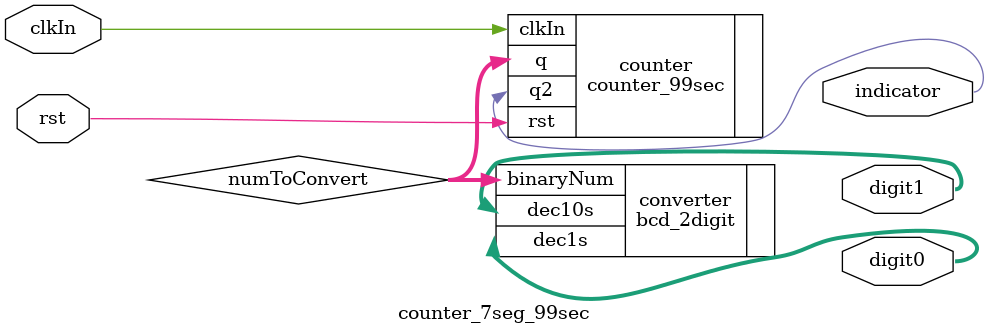
<source format=v>
module counter_7seg_99sec(digit1, digit0, indicator, clkIn, rst);
    input rst;
    input clkIn;
    output indicator; // led clock pulse indicator
    output[0:6] digit0; // lsb
    output[0:6] digit1; // msb

    wire[6:0] numToConvert; // counter output will be the input to the converter

    counter_99sec counter(
        .q(numToConvert),
        .q2(indicator),
        .clkIn(clkIn),
        .rst(rst)
    );

    bcd_2digit converter(
        .dec1s(digit0),
        .dec10s(digit1),
        .binaryNum(numToConvert)
    );

endmodule
</source>
